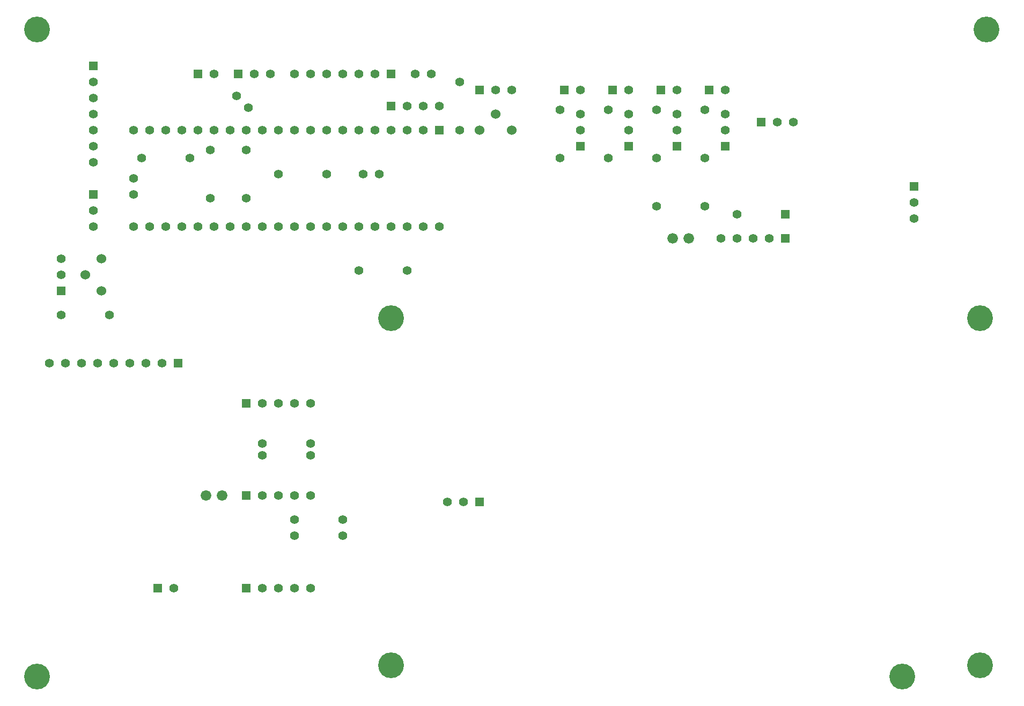
<source format=gbs>
G04 (created by PCBNEW (2013-07-07 BZR 4022)-stable) date 12/23/2015 4:52:50 PM*
%MOIN*%
G04 Gerber Fmt 3.4, Leading zero omitted, Abs format*
%FSLAX34Y34*%
G01*
G70*
G90*
G04 APERTURE LIST*
%ADD10C,0.00590551*%
%ADD11R,0.055X0.055*%
%ADD12C,0.055*%
%ADD13C,0.06*%
%ADD14C,0.066*%
%ADD15C,0.16*%
G04 APERTURE END LIST*
G54D10*
G54D11*
X32750Y-43000D03*
G54D12*
X31750Y-43000D03*
X30750Y-43000D03*
X29750Y-43000D03*
X28750Y-43000D03*
X27750Y-43000D03*
X26750Y-43000D03*
X25750Y-43000D03*
X24750Y-43000D03*
G54D11*
X46000Y-25000D03*
G54D12*
X45000Y-25000D03*
X44000Y-25000D03*
X43000Y-25000D03*
X42000Y-25000D03*
X41000Y-25000D03*
X40000Y-25000D03*
G54D11*
X27500Y-24500D03*
G54D12*
X27500Y-25500D03*
X27500Y-26500D03*
X27500Y-27500D03*
X27500Y-28500D03*
X27500Y-29500D03*
X27500Y-30500D03*
G54D11*
X37000Y-51250D03*
G54D12*
X38000Y-51250D03*
X39000Y-51250D03*
X40000Y-51250D03*
X41000Y-51250D03*
G54D11*
X37000Y-45500D03*
G54D12*
X38000Y-45500D03*
X39000Y-45500D03*
X40000Y-45500D03*
X41000Y-45500D03*
G54D11*
X37000Y-57000D03*
G54D12*
X38000Y-57000D03*
X39000Y-57000D03*
X40000Y-57000D03*
X41000Y-57000D03*
G54D11*
X70500Y-35250D03*
G54D12*
X69500Y-35250D03*
X68500Y-35250D03*
X67500Y-35250D03*
X66500Y-35250D03*
G54D11*
X46000Y-27000D03*
G54D12*
X47000Y-27000D03*
X48000Y-27000D03*
X49000Y-27000D03*
G54D11*
X51500Y-51650D03*
G54D12*
X50500Y-51650D03*
X49500Y-51650D03*
G54D11*
X57750Y-29500D03*
G54D12*
X57750Y-28500D03*
X57750Y-27500D03*
G54D11*
X78500Y-32000D03*
G54D12*
X78500Y-33000D03*
X78500Y-34000D03*
G54D11*
X25500Y-38500D03*
G54D12*
X25500Y-37500D03*
X25500Y-36500D03*
G54D11*
X27500Y-32500D03*
G54D12*
X27500Y-33500D03*
X27500Y-34500D03*
G54D11*
X51500Y-26000D03*
G54D12*
X52500Y-26000D03*
X53500Y-26000D03*
G54D11*
X69000Y-28000D03*
G54D12*
X70000Y-28000D03*
X71000Y-28000D03*
G54D11*
X36500Y-25000D03*
G54D12*
X37500Y-25000D03*
X38500Y-25000D03*
G54D11*
X62750Y-26000D03*
G54D12*
X63750Y-26000D03*
G54D11*
X65750Y-26000D03*
G54D12*
X66750Y-26000D03*
G54D11*
X59750Y-26000D03*
G54D12*
X60750Y-26000D03*
G54D11*
X56750Y-26000D03*
G54D12*
X57750Y-26000D03*
G54D11*
X34000Y-25000D03*
G54D12*
X35000Y-25000D03*
G54D11*
X31500Y-57000D03*
G54D12*
X32500Y-57000D03*
G54D13*
X28000Y-38500D03*
X27000Y-37500D03*
X28000Y-36500D03*
X51500Y-28500D03*
X52500Y-27500D03*
X53500Y-28500D03*
G54D12*
X62500Y-27250D03*
X62500Y-30250D03*
X59500Y-27250D03*
X59500Y-30250D03*
X65500Y-27250D03*
X65500Y-30250D03*
X56500Y-27250D03*
X56500Y-30250D03*
X34750Y-32750D03*
X34750Y-29750D03*
X40000Y-52750D03*
X43000Y-52750D03*
X38000Y-48000D03*
X41000Y-48000D03*
X38000Y-48750D03*
X41000Y-48750D03*
X37000Y-29750D03*
X37000Y-32750D03*
X65500Y-33250D03*
X62500Y-33250D03*
X40000Y-53750D03*
X43000Y-53750D03*
X47000Y-37250D03*
X44000Y-37250D03*
X50250Y-28500D03*
X50250Y-25500D03*
X33500Y-30250D03*
X30500Y-30250D03*
X25500Y-40000D03*
X28500Y-40000D03*
X42000Y-31250D03*
X39000Y-31250D03*
G54D14*
X34500Y-51250D03*
X35500Y-51250D03*
X63500Y-35250D03*
X64500Y-35250D03*
G54D11*
X49000Y-28500D03*
G54D12*
X48000Y-28500D03*
X47000Y-28500D03*
X46000Y-28500D03*
X45000Y-28500D03*
X44000Y-28500D03*
X43000Y-28500D03*
X42000Y-28500D03*
X41000Y-28500D03*
X40000Y-28500D03*
X39000Y-28500D03*
X38000Y-28500D03*
X37000Y-28500D03*
X36000Y-28500D03*
X35000Y-28500D03*
X34000Y-28500D03*
X33000Y-28500D03*
X32000Y-28500D03*
X31000Y-28500D03*
X30000Y-28500D03*
X30000Y-34500D03*
X31000Y-34500D03*
X32000Y-34500D03*
X33000Y-34500D03*
X34000Y-34500D03*
X35000Y-34500D03*
X36000Y-34500D03*
X37000Y-34500D03*
X38000Y-34500D03*
X39000Y-34500D03*
X40000Y-34500D03*
X41000Y-34500D03*
X42000Y-34500D03*
X43000Y-34500D03*
X44000Y-34500D03*
X45000Y-34500D03*
X46000Y-34500D03*
X47000Y-34500D03*
X48000Y-34500D03*
X49000Y-34500D03*
G54D11*
X70500Y-33750D03*
G54D12*
X67500Y-33750D03*
X36396Y-26396D03*
X37103Y-27103D03*
X30000Y-31500D03*
X30000Y-32500D03*
X45250Y-31250D03*
X44250Y-31250D03*
X47500Y-25000D03*
X48500Y-25000D03*
G54D15*
X82600Y-61800D03*
X46000Y-61800D03*
X46000Y-40200D03*
X82600Y-40200D03*
X24000Y-22250D03*
X83000Y-22250D03*
X24000Y-62500D03*
X77750Y-62500D03*
G54D11*
X60750Y-29500D03*
G54D12*
X60750Y-28500D03*
X60750Y-27500D03*
G54D11*
X63750Y-29500D03*
G54D12*
X63750Y-28500D03*
X63750Y-27500D03*
G54D11*
X66750Y-29500D03*
G54D12*
X66750Y-28500D03*
X66750Y-27500D03*
M02*

</source>
